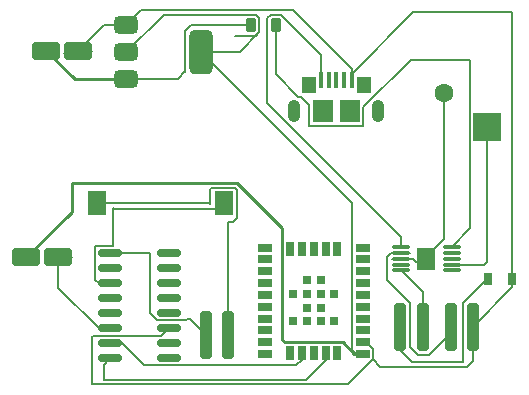
<source format=gtl>
%TF.GenerationSoftware,KiCad,Pcbnew,9.0.0*%
%TF.CreationDate,2025-04-01T00:51:48+01:00*%
%TF.ProjectId,Wireless_bluetooth_speaker,57697265-6c65-4737-935f-626c7565746f,rev?*%
%TF.SameCoordinates,Original*%
%TF.FileFunction,Copper,L1,Top*%
%TF.FilePolarity,Positive*%
%FSLAX46Y46*%
G04 Gerber Fmt 4.6, Leading zero omitted, Abs format (unit mm)*
G04 Created by KiCad (PCBNEW 9.0.0) date 2025-04-01 00:51:48*
%MOMM*%
%LPD*%
G01*
G04 APERTURE LIST*
G04 Aperture macros list*
%AMRoundRect*
0 Rectangle with rounded corners*
0 $1 Rounding radius*
0 $2 $3 $4 $5 $6 $7 $8 $9 X,Y pos of 4 corners*
0 Add a 4 corners polygon primitive as box body*
4,1,4,$2,$3,$4,$5,$6,$7,$8,$9,$2,$3,0*
0 Add four circle primitives for the rounded corners*
1,1,$1+$1,$2,$3*
1,1,$1+$1,$4,$5*
1,1,$1+$1,$6,$7*
1,1,$1+$1,$8,$9*
0 Add four rect primitives between the rounded corners*
20,1,$1+$1,$2,$3,$4,$5,0*
20,1,$1+$1,$4,$5,$6,$7,0*
20,1,$1+$1,$6,$7,$8,$9,0*
20,1,$1+$1,$8,$9,$2,$3,0*%
G04 Aperture macros list end*
%TA.AperFunction,SMDPad,CuDef*%
%ADD10RoundRect,0.250001X-0.924999X-0.499999X0.924999X-0.499999X0.924999X0.499999X-0.924999X0.499999X0*%
%TD*%
%TA.AperFunction,SMDPad,CuDef*%
%ADD11RoundRect,0.375000X-0.625000X-0.375000X0.625000X-0.375000X0.625000X0.375000X-0.625000X0.375000X0*%
%TD*%
%TA.AperFunction,SMDPad,CuDef*%
%ADD12RoundRect,0.500000X-0.500000X-1.400000X0.500000X-1.400000X0.500000X1.400000X-0.500000X1.400000X0*%
%TD*%
%TA.AperFunction,SMDPad,CuDef*%
%ADD13RoundRect,0.218750X-0.218750X-0.381250X0.218750X-0.381250X0.218750X0.381250X-0.218750X0.381250X0*%
%TD*%
%TA.AperFunction,SMDPad,CuDef*%
%ADD14RoundRect,0.075000X-0.650000X-0.075000X0.650000X-0.075000X0.650000X0.075000X-0.650000X0.075000X0*%
%TD*%
%TA.AperFunction,HeatsinkPad*%
%ADD15C,0.600000*%
%TD*%
%TA.AperFunction,HeatsinkPad*%
%ADD16R,1.570000X1.880000*%
%TD*%
%TA.AperFunction,SMDPad,CuDef*%
%ADD17RoundRect,0.150000X-0.850000X-0.150000X0.850000X-0.150000X0.850000X0.150000X-0.850000X0.150000X0*%
%TD*%
%TA.AperFunction,SMDPad,CuDef*%
%ADD18R,1.150000X0.700000*%
%TD*%
%TA.AperFunction,SMDPad,CuDef*%
%ADD19RoundRect,0.035000X-0.540000X-0.315000X0.540000X-0.315000X0.540000X0.315000X-0.540000X0.315000X0*%
%TD*%
%TA.AperFunction,SMDPad,CuDef*%
%ADD20RoundRect,0.035000X0.315000X-0.540000X0.315000X0.540000X-0.315000X0.540000X-0.315000X-0.540000X0*%
%TD*%
%TA.AperFunction,SMDPad,CuDef*%
%ADD21RoundRect,0.014000X-0.336000X0.336000X-0.336000X-0.336000X0.336000X-0.336000X0.336000X0.336000X0*%
%TD*%
%TA.AperFunction,SMDPad,CuDef*%
%ADD22RoundRect,0.250000X-0.262500X-1.775000X0.262500X-1.775000X0.262500X1.775000X-0.262500X1.775000X0*%
%TD*%
%TA.AperFunction,SMDPad,CuDef*%
%ADD23R,1.500000X2.000000*%
%TD*%
%TA.AperFunction,SMDPad,CuDef*%
%ADD24R,0.400000X1.400000*%
%TD*%
%TA.AperFunction,HeatsinkPad*%
%ADD25O,1.050000X1.900000*%
%TD*%
%TA.AperFunction,SMDPad,CuDef*%
%ADD26R,1.150000X1.450000*%
%TD*%
%TA.AperFunction,SMDPad,CuDef*%
%ADD27R,1.750000X1.900000*%
%TD*%
%TA.AperFunction,SMDPad,CuDef*%
%ADD28R,0.800000X1.000000*%
%TD*%
%TA.AperFunction,ComponentPad*%
%ADD29R,2.350000X2.350000*%
%TD*%
%TA.AperFunction,ComponentPad*%
%ADD30C,1.600000*%
%TD*%
%TA.AperFunction,Conductor*%
%ADD31C,0.200000*%
%TD*%
%TA.AperFunction,Conductor*%
%ADD32C,0.250000*%
%TD*%
G04 APERTURE END LIST*
D10*
%TO.P,C2,1*%
%TO.N,Net-(U1-VCC)*%
X125425001Y-107250000D03*
%TO.P,C2,2*%
%TO.N,Net-(U2-VDD)*%
X128075001Y-107250000D03*
%TD*%
%TO.P,C1,1*%
%TO.N,+12V*%
X127100000Y-89750000D03*
%TO.P,C1,2*%
%TO.N,GND*%
X129750000Y-89750000D03*
%TD*%
D11*
%TO.P,U3,3,VI*%
%TO.N,+12V*%
X133875000Y-92150000D03*
D12*
%TO.P,U3,2,VO*%
%TO.N,Net-(U1-VCC)*%
X140175000Y-89850000D03*
D11*
X133875000Y-89850000D03*
%TO.P,U3,1,GND*%
%TO.N,GND*%
X133875000Y-87550000D03*
%TD*%
D13*
%TO.P,L1,2,2*%
%TO.N,Net-(U4-OUT)*%
X146525000Y-87600000D03*
%TO.P,L1,1,1*%
%TO.N,+12V*%
X144400000Y-87600000D03*
%TD*%
D14*
%TO.P,U4,1,IN*%
%TO.N,Net-(J1-VBUS)*%
X157125000Y-106350000D03*
%TO.P,U4,2,ISET*%
%TO.N,Net-(U4-ISET)*%
X157125000Y-106850000D03*
%TO.P,U4,3,VSS*%
%TO.N,Net-(BT1--)*%
X157125000Y-107350000D03*
%TO.P,U4,4,PRETERM*%
%TO.N,unconnected-(U4-PRETERM-Pad4)*%
X157125000Y-107850000D03*
%TO.P,U4,5,~{PG}*%
%TO.N,Net-(U4-~{PG})*%
X157125000Y-108350000D03*
%TO.P,U4,6,NC*%
%TO.N,unconnected-(U4-NC-Pad6)*%
X161425000Y-108350000D03*
%TO.P,U4,7,ISET2*%
%TO.N,Net-(BT1-+)*%
X161425000Y-107850000D03*
%TO.P,U4,8,~{CHG}*%
%TO.N,unconnected-(U4-~{CHG}-Pad8)*%
X161425000Y-107350000D03*
%TO.P,U4,9,TS*%
%TO.N,unconnected-(U4-TS-Pad9)*%
X161425000Y-106850000D03*
%TO.P,U4,10,OUT*%
%TO.N,Net-(U4-OUT)*%
X161425000Y-106350000D03*
D15*
%TO.P,U4,11,VSS*%
%TO.N,Net-(BT1--)*%
X158790000Y-106710000D03*
X158790000Y-107990000D03*
D16*
X159275000Y-107350000D03*
D15*
X159760000Y-106710000D03*
X159760000Y-107990000D03*
%TD*%
D17*
%TO.P,U2,1,LOUT+*%
%TO.N,Net-(U2-LOUT+)*%
X132525000Y-106905000D03*
%TO.P,U2,2,PGND*%
%TO.N,unconnected-(U2-PGND-Pad15)*%
X132525000Y-108175000D03*
%TO.P,U2,3,LOUT-*%
%TO.N,Net-(U2-LOUT-)*%
X132525000Y-109445000D03*
%TO.P,U2,4,PVDD*%
%TO.N,unconnected-(U2-PVDD-Pad13)*%
X132525000Y-110715000D03*
%TO.P,U2,5,~{MUTE}*%
%TO.N,unconnected-(U2-~{MUTE}-Pad5)*%
X132525000Y-111985000D03*
%TO.P,U2,6,VDD*%
%TO.N,Net-(U2-VDD)*%
X132525000Y-113255000D03*
%TO.P,U2,7,INL*%
%TO.N,Net-(U1-UART_TX)*%
X132525000Y-114525000D03*
%TO.P,U2,8,VREF*%
%TO.N,Net-(U1-UART_RX)*%
X132525000Y-115795000D03*
%TO.P,U2,9,NC*%
%TO.N,unconnected-(U2-NC-Pad9)*%
X137525000Y-115795000D03*
%TO.P,U2,10,INR*%
%TO.N,unconnected-(U2-INR-Pad10)*%
X137525000Y-114525000D03*
%TO.P,U2,11,GND*%
%TO.N,GND*%
X137525000Y-113255000D03*
%TO.P,U2,12,~{SHDN}*%
%TO.N,unconnected-(U2-~{SHDN}-Pad12)*%
X137525000Y-111985000D03*
%TO.P,U2,13,PVDD*%
%TO.N,unconnected-(U2-PVDD-Pad13)_1*%
X137525000Y-110715000D03*
%TO.P,U2,14,ROUT-*%
%TO.N,unconnected-(U2-ROUT--Pad14)*%
X137525000Y-109445000D03*
%TO.P,U2,15,PGND*%
%TO.N,unconnected-(U2-PGND-Pad15)_1*%
X137525000Y-108175000D03*
%TO.P,U2,16,ROUT+*%
%TO.N,unconnected-(U2-ROUT+-Pad16)*%
X137525000Y-106905000D03*
%TD*%
D18*
%TO.P,U1,1,PIO8*%
%TO.N,unconnected-(U1-PIO8-Pad1)*%
X145625000Y-106425000D03*
D19*
%TO.P,U1,2,PIO9*%
%TO.N,unconnected-(U1-PIO9-Pad2)*%
X145625000Y-107425000D03*
%TO.P,U1,3,PIO10*%
%TO.N,unconnected-(U1-PIO10-Pad3)*%
X145625000Y-108425000D03*
%TO.P,U1,4,AIO0*%
%TO.N,unconnected-(U1-AIO0-Pad4)*%
X145625000Y-109425000D03*
%TO.P,U1,5,AIO1*%
%TO.N,unconnected-(U1-AIO1-Pad5)*%
X145625000Y-110425000D03*
%TO.P,U1,6,RESET*%
%TO.N,unconnected-(U1-RESET-Pad6)*%
X145625000Y-111425000D03*
%TO.P,U1,7,SPI_MISO*%
%TO.N,unconnected-(U1-SPI_MISO-Pad7)*%
X145625000Y-112425000D03*
%TO.P,U1,8,~{SPI_CSB}*%
%TO.N,unconnected-(U1-~{SPI_CSB}-Pad8)*%
X145625000Y-113425000D03*
%TO.P,U1,9,SPI_CLK*%
%TO.N,unconnected-(U1-SPI_CLK-Pad9)*%
X145625000Y-114425000D03*
%TO.P,U1,10,SPI_MOSI*%
%TO.N,unconnected-(U1-SPI_MOSI-Pad10)*%
X145625000Y-115425000D03*
D20*
%TO.P,U1,11,~{UART_CTS}*%
%TO.N,unconnected-(U1-~{UART_CTS}-Pad11)*%
X147750000Y-115350000D03*
%TO.P,U1,12,UART_TX*%
%TO.N,Net-(U1-UART_TX)*%
X148750000Y-115350000D03*
%TO.P,U1,13,~{UART_RTS}*%
%TO.N,unconnected-(U1-~{UART_RTS}-Pad13)*%
X149750000Y-115350000D03*
%TO.P,U1,14,UART_RX*%
%TO.N,Net-(U1-UART_RX)*%
X150750000Y-115350000D03*
%TO.P,U1,15,PIO11*%
%TO.N,unconnected-(U1-PIO11-Pad15)*%
X151750000Y-115350000D03*
D19*
%TO.P,U1,16,VCC*%
%TO.N,Net-(U1-VCC)*%
X153875000Y-115425000D03*
%TO.P,U1,17,GND*%
%TO.N,GND*%
X153875000Y-114425000D03*
%TO.P,U1,18,PCM_OUT*%
%TO.N,unconnected-(U1-PCM_OUT-Pad18)*%
X153875000Y-113425000D03*
%TO.P,U1,19,PCM_SYNC*%
%TO.N,unconnected-(U1-PCM_SYNC-Pad19)*%
X153875000Y-112425000D03*
%TO.P,U1,20,PCM_IN*%
%TO.N,unconnected-(U1-PCM_IN-Pad20)*%
X153875000Y-111425000D03*
%TO.P,U1,21,PCM_CLK*%
%TO.N,unconnected-(U1-PCM_CLK-Pad21)*%
X153875000Y-110425000D03*
%TO.P,U1,22,USB_D+*%
%TO.N,unconnected-(U1-USB_D+-Pad22)*%
X153875000Y-109425000D03*
%TO.P,U1,23,USB_D-*%
%TO.N,unconnected-(U1-USB_D--Pad23)*%
X153875000Y-108425000D03*
%TO.P,U1,24,~{LINK}/PIO7*%
%TO.N,unconnected-(U1-~{LINK}{slash}PIO7-Pad24)*%
X153875000Y-107425000D03*
%TO.P,U1,25,CONN/PIO6*%
%TO.N,unconnected-(U1-CONN{slash}PIO6-Pad25)*%
X153875000Y-106425000D03*
D20*
%TO.P,U1,26,PIO5*%
%TO.N,unconnected-(U1-PIO5-Pad26)*%
X151750000Y-106500000D03*
%TO.P,U1,27,BTN/PIO4*%
%TO.N,unconnected-(U1-BTN{slash}PIO4-Pad27)*%
X150750000Y-106500000D03*
%TO.P,U1,28,PIO3*%
%TO.N,unconnected-(U1-PIO3-Pad28)*%
X149750000Y-106500000D03*
%TO.P,U1,29,PIO2*%
%TO.N,unconnected-(U1-PIO2-Pad29)*%
X148750000Y-106500000D03*
%TO.P,U1,30,PIO1*%
%TO.N,unconnected-(U1-PIO1-Pad30)*%
X147750000Y-106500000D03*
D21*
%TO.P,U1,31,PIO0*%
%TO.N,unconnected-(U1-PIO0-Pad31)*%
X149175000Y-109200000D03*
%TO.P,U1,32,GND*%
%TO.N,unconnected-(U1-GND-Pad32)*%
X150325000Y-109200000D03*
%TO.P,U1,33,RF*%
%TO.N,unconnected-(U1-RF-Pad33)*%
X148025000Y-110350000D03*
%TO.P,U1,34,GND*%
%TO.N,unconnected-(U1-GND-Pad34)*%
X149175000Y-110350000D03*
%TO.P,U1,35*%
%TO.N,N/C*%
X150325000Y-110350000D03*
%TO.P,U1,36*%
X151475000Y-110350000D03*
%TO.P,U1,37*%
X149175000Y-111500000D03*
%TO.P,U1,38*%
X150325000Y-111500000D03*
%TO.P,U1,39*%
X148025000Y-112650000D03*
%TO.P,U1,40*%
X149175000Y-112650000D03*
%TO.P,U1,41*%
X150325000Y-112650000D03*
%TO.P,U1,42*%
X151475000Y-112650000D03*
%TD*%
D22*
%TO.P,R3,1*%
%TO.N,Net-(U4-ISET)*%
X161337500Y-113100000D03*
%TO.P,R3,2*%
%TO.N,GND*%
X163212500Y-113100000D03*
%TD*%
%TO.P,R2,1*%
%TO.N,Net-(D1-K)*%
X157087500Y-113100000D03*
%TO.P,R2,2*%
%TO.N,Net-(U4-~{PG})*%
X158962500Y-113100000D03*
%TD*%
%TO.P,R1,1*%
%TO.N,Net-(U2-LOUT+)*%
X140587500Y-113850000D03*
%TO.P,R1,2*%
%TO.N,Net-(LS1-Pad1)*%
X142462500Y-113850000D03*
%TD*%
D23*
%TO.P,LS1,1,1*%
%TO.N,Net-(LS1-Pad1)*%
X131375000Y-102650000D03*
%TO.P,LS1,2,2*%
%TO.N,Net-(U2-LOUT-)*%
X142175000Y-102650000D03*
%TD*%
D24*
%TO.P,J1,1,VBUS*%
%TO.N,Net-(J1-VBUS)*%
X150350000Y-92200000D03*
%TO.P,J1,2,D-*%
%TO.N,unconnected-(J1-D--Pad2)*%
X151000000Y-92200000D03*
%TO.P,J1,3,D+*%
%TO.N,unconnected-(J1-D+-Pad3)*%
X151650000Y-92200000D03*
%TO.P,J1,4,ID*%
%TO.N,unconnected-(J1-ID-Pad4)*%
X152300000Y-92200000D03*
%TO.P,J1,5,GND*%
%TO.N,GND*%
X152950000Y-92200000D03*
D25*
%TO.P,J1,6,Shield*%
%TO.N,unconnected-(J1-Shield-Pad6)_2*%
X148075000Y-94850000D03*
D26*
%TO.N,unconnected-(J1-Shield-Pad6)_4*%
X149330000Y-92620000D03*
D27*
%TO.N,unconnected-(J1-Shield-Pad6)_1*%
X150525000Y-94850000D03*
%TO.N,unconnected-(J1-Shield-Pad6)_3*%
X152775000Y-94850000D03*
D26*
%TO.N,unconnected-(J1-Shield-Pad6)_5*%
X153970000Y-92620000D03*
D25*
%TO.N,unconnected-(J1-Shield-Pad6)*%
X155225000Y-94850000D03*
%TD*%
D28*
%TO.P,D1,1,K*%
%TO.N,Net-(D1-K)*%
X164525000Y-109100000D03*
%TO.P,D1,2,A*%
%TO.N,GND*%
X166525000Y-109100000D03*
%TD*%
D29*
%TO.P,BT1,1,+*%
%TO.N,Net-(BT1-+)*%
X164425000Y-96225000D03*
D30*
%TO.P,BT1,2,-*%
%TO.N,Net-(BT1--)*%
X160775000Y-93350000D03*
%TD*%
D31*
%TO.N,Net-(U2-VDD)*%
X128075001Y-109805000D02*
X131525001Y-113255000D01*
X131525001Y-113255000D02*
X132525000Y-113255000D01*
X128075001Y-107250000D02*
X128075001Y-109805000D01*
D32*
%TO.N,Net-(U1-VCC)*%
X129303041Y-103371960D02*
X129303041Y-100923000D01*
X125425001Y-107250000D02*
X129303041Y-103371960D01*
%TO.N,+12V*%
X129500000Y-92150000D02*
X133875000Y-92150000D01*
X127100000Y-89750000D02*
X129500000Y-92150000D01*
D31*
%TO.N,GND*%
X131950000Y-87550000D02*
X129750000Y-89750000D01*
X133875000Y-87550000D02*
X131950000Y-87550000D01*
D32*
%TO.N,+12V*%
X133599000Y-92426000D02*
X133875000Y-92150000D01*
%TO.N,Net-(U1-VCC)*%
X153191502Y-115425000D02*
X153875000Y-115425000D01*
X147074000Y-114238502D02*
X147284498Y-114449000D01*
X147074000Y-104721545D02*
X147074000Y-114238502D01*
X147284498Y-114449000D02*
X152215502Y-114449000D01*
X143275455Y-100923000D02*
X147074000Y-104721545D01*
X152215502Y-114449000D02*
X153191502Y-115425000D01*
X129303041Y-100923000D02*
X143275455Y-100923000D01*
%TO.N,GND*%
X129750000Y-89750000D02*
X130925000Y-89750000D01*
D31*
%TO.N,Net-(U2-VDD)*%
X129250000Y-107250000D02*
X128075001Y-107250000D01*
%TO.N,Net-(U1-VCC)*%
X137026000Y-86699000D02*
X133875000Y-89850000D01*
X145138500Y-86997400D02*
X144840100Y-86699000D01*
X145138500Y-88202600D02*
X145138500Y-86997400D01*
X144840100Y-86699000D02*
X137026000Y-86699000D01*
X144840100Y-88501000D02*
X145138500Y-88202600D01*
X143050041Y-88501000D02*
X144840100Y-88501000D01*
%TO.N,GND*%
X162750000Y-116500000D02*
X155370854Y-116500000D01*
X155370854Y-116500000D02*
X154751000Y-115880146D01*
X163212500Y-116037500D02*
X162750000Y-116500000D01*
X163212500Y-113100000D02*
X163212500Y-116037500D01*
%TO.N,Net-(U1-UART_TX)*%
X133524999Y-114525000D02*
X132525000Y-114525000D01*
X148278999Y-116396000D02*
X135395999Y-116396000D01*
X148750000Y-115350000D02*
X148750000Y-115924999D01*
X148750000Y-115924999D02*
X148278999Y-116396000D01*
X135395999Y-116396000D02*
X133524999Y-114525000D01*
%TO.N,Net-(U1-UART_RX)*%
X132000000Y-117599000D02*
X132000000Y-116320000D01*
X149075999Y-117599000D02*
X132000000Y-117599000D01*
X132000000Y-116320000D02*
X132525000Y-115795000D01*
X150750000Y-115924999D02*
X149075999Y-117599000D01*
X150750000Y-115350000D02*
X150750000Y-115924999D01*
%TO.N,GND*%
X131000000Y-114000000D02*
X131076000Y-113924000D01*
X136856000Y-113924000D02*
X137525000Y-113255000D01*
X152631146Y-118000000D02*
X131000000Y-118000000D01*
X154751000Y-115880146D02*
X152631146Y-118000000D01*
X154206146Y-114425000D02*
X154751000Y-114969854D01*
X153875000Y-114425000D02*
X154206146Y-114425000D01*
X154751000Y-114969854D02*
X154751000Y-115880146D01*
X131000000Y-118000000D02*
X131000000Y-114000000D01*
X131076000Y-113924000D02*
X136856000Y-113924000D01*
X136525001Y-113255000D02*
X137525000Y-113255000D01*
%TO.N,Net-(J1-VBUS)*%
X150350000Y-90083900D02*
X150350000Y-92200000D01*
X146965100Y-86699000D02*
X150350000Y-90083900D01*
X157125000Y-105493140D02*
X145786500Y-94154640D01*
X145786500Y-94154640D02*
X145786500Y-86997400D01*
X146084900Y-86699000D02*
X146965100Y-86699000D01*
X157125000Y-106350000D02*
X157125000Y-105493140D01*
X145786500Y-86997400D02*
X146084900Y-86699000D01*
%TO.N,Net-(BT1--)*%
X158150000Y-107350000D02*
X157125000Y-107350000D01*
X158790000Y-107990000D02*
X158150000Y-107350000D01*
%TO.N,Net-(U4-ISET)*%
X161337500Y-113662500D02*
X161337500Y-113100000D01*
X159500000Y-115500000D02*
X161337500Y-113662500D01*
X158538840Y-115500000D02*
X159500000Y-115500000D01*
X157901000Y-114862160D02*
X158538840Y-115500000D01*
X157901000Y-111089840D02*
X157901000Y-114862160D01*
X155965176Y-109154016D02*
X157901000Y-111089840D01*
X156299076Y-106850000D02*
X155965176Y-107183900D01*
X155965176Y-107183900D02*
X155965176Y-109154016D01*
X157125000Y-106850000D02*
X156299076Y-106850000D01*
%TO.N,Net-(D1-K)*%
X162399000Y-111089840D02*
X164388840Y-109100000D01*
X162399000Y-116099000D02*
X162399000Y-111089840D01*
X158061500Y-116099000D02*
X162399000Y-116099000D01*
X157087500Y-115125000D02*
X158061500Y-116099000D01*
X157087500Y-113100000D02*
X157087500Y-115125000D01*
X164388840Y-109100000D02*
X164525000Y-109100000D01*
%TO.N,Net-(U4-OUT)*%
X148646000Y-93646000D02*
X148454000Y-93646000D01*
X149349000Y-94349000D02*
X148646000Y-93646000D01*
X149349000Y-96101000D02*
X149349000Y-94349000D01*
X153951000Y-96101000D02*
X149349000Y-96101000D01*
X153951000Y-94500000D02*
X153951000Y-96101000D01*
X163000000Y-90500000D02*
X157951000Y-90500000D01*
X146525000Y-91717000D02*
X146525000Y-87600000D01*
X163000000Y-94749000D02*
X163000000Y-90500000D01*
X148454000Y-93646000D02*
X146525000Y-91717000D01*
X162949000Y-94749000D02*
X163000000Y-94749000D01*
X162949000Y-97701000D02*
X162949000Y-94749000D01*
X163000000Y-104775000D02*
X163000000Y-97701000D01*
X163000000Y-97701000D02*
X162949000Y-97701000D01*
X157951000Y-90500000D02*
X153951000Y-94500000D01*
X161425000Y-106350000D02*
X163000000Y-104775000D01*
%TO.N,Net-(U4-ISET)*%
X157883824Y-106850000D02*
X157125000Y-106850000D01*
X161337500Y-113100000D02*
X161337500Y-111739500D01*
%TO.N,Net-(BT1--)*%
X156366176Y-107350000D02*
X157125000Y-107350000D01*
X158790000Y-107990000D02*
X158790000Y-106710000D01*
X159760000Y-107990000D02*
X158790000Y-107990000D01*
X159760000Y-106710000D02*
X159760000Y-107990000D01*
X160775000Y-105695000D02*
X160775000Y-93350000D01*
X159760000Y-106710000D02*
X160775000Y-105695000D01*
%TO.N,Net-(BT1-+)*%
X164425000Y-107625000D02*
X164425000Y-96225000D01*
X164200000Y-107850000D02*
X164425000Y-107625000D01*
X161425000Y-107850000D02*
X164200000Y-107850000D01*
%TO.N,Net-(U4-~{PG})*%
X158962500Y-113037500D02*
X159000000Y-113000000D01*
X158962500Y-113037500D02*
X158962500Y-113100000D01*
%TO.N,+12V*%
X133174000Y-92851000D02*
X133875000Y-92150000D01*
X138224000Y-92150000D02*
X138874000Y-91500000D01*
X133875000Y-92150000D02*
X138224000Y-92150000D01*
X138874000Y-88110942D02*
X138874000Y-91500000D01*
%TO.N,GND*%
X128650000Y-89900000D02*
X128575000Y-89900000D01*
X163212500Y-113100000D02*
X163212500Y-111075000D01*
X166525000Y-109787500D02*
X163212500Y-113100000D01*
X166525000Y-109100000D02*
X166525000Y-109787500D01*
X166525000Y-86775000D02*
X166525000Y-109100000D01*
X158188000Y-86500000D02*
X166500000Y-86500000D01*
X166500000Y-86500000D02*
X166500000Y-86750000D01*
X152950000Y-91738000D02*
X158188000Y-86500000D01*
X166500000Y-86750000D02*
X166525000Y-86775000D01*
X152950000Y-92200000D02*
X152950000Y-91738000D01*
X152950000Y-91300000D02*
X152950000Y-92200000D01*
X147948000Y-86298000D02*
X152950000Y-91300000D01*
X135127000Y-86298000D02*
X147948000Y-86298000D01*
X133875000Y-87550000D02*
X135127000Y-86298000D01*
%TO.N,Net-(U1-VCC)*%
X143491100Y-89850000D02*
X140175000Y-89850000D01*
X145138500Y-88202600D02*
X143491100Y-89850000D01*
%TO.N,+12V*%
X138874000Y-91500000D02*
X138874000Y-91589058D01*
X139384942Y-87600000D02*
X138874000Y-88110942D01*
X144400000Y-87600000D02*
X139384942Y-87600000D01*
%TO.N,Net-(U1-VCC)*%
X153300001Y-115425000D02*
X153875000Y-115425000D01*
X152999000Y-115123999D02*
X153300001Y-115425000D01*
X152999000Y-102674000D02*
X152999000Y-115123999D01*
X140175000Y-89850000D02*
X152999000Y-102674000D01*
%TO.N,Net-(U2-LOUT+)*%
X139237500Y-112500000D02*
X140587500Y-113850000D01*
X136484032Y-112586000D02*
X138914000Y-112586000D01*
X135883032Y-111985000D02*
X136484032Y-112586000D01*
X139000000Y-112500000D02*
X139237500Y-112500000D01*
X135883032Y-106905000D02*
X135883032Y-111985000D01*
X138914000Y-112586000D02*
X139000000Y-112500000D01*
X132525000Y-106905000D02*
X135883032Y-106905000D01*
%TO.N,Net-(U2-LOUT-)*%
X131525001Y-109445000D02*
X132525000Y-109445000D01*
X131224000Y-109143999D02*
X131525001Y-109445000D01*
X131250000Y-106250000D02*
X131224000Y-106276000D01*
X132446000Y-106250000D02*
X131250000Y-106250000D01*
X131224000Y-106276000D02*
X131224000Y-109143999D01*
X132696000Y-106304000D02*
X132500000Y-106304000D01*
X132750000Y-106250000D02*
X132696000Y-106304000D01*
X132850000Y-103151000D02*
X132750000Y-103051000D01*
X141674000Y-103151000D02*
X132850000Y-103151000D01*
X132750000Y-103051000D02*
X132750000Y-106250000D01*
X132500000Y-106304000D02*
X132446000Y-106250000D01*
X142175000Y-102650000D02*
X141674000Y-103151000D01*
%TO.N,Net-(LS1-Pad1)*%
X142927000Y-104250000D02*
X142500000Y-104250000D01*
X143099000Y-101349000D02*
X143250000Y-101500000D01*
X141124000Y-101349000D02*
X143099000Y-101349000D01*
X143250000Y-103927000D02*
X142927000Y-104250000D01*
X141000000Y-101473000D02*
X141124000Y-101349000D01*
X143250000Y-101500000D02*
X143250000Y-103927000D01*
X141000000Y-102750000D02*
X141000000Y-101473000D01*
%TO.N,Net-(U2-LOUT-)*%
X142175000Y-102650000D02*
X141775000Y-102250000D01*
%TO.N,Net-(LS1-Pad1)*%
X142500000Y-104750000D02*
X142462500Y-104787500D01*
X142500000Y-104250000D02*
X142500000Y-104750000D01*
X140900000Y-102650000D02*
X141000000Y-102750000D01*
X142462500Y-104787500D02*
X142462500Y-113850000D01*
X131375000Y-102650000D02*
X140900000Y-102650000D01*
%TO.N,Net-(U4-~{PG})*%
X158962500Y-110187500D02*
X158962500Y-113100000D01*
X157125000Y-108350000D02*
X158962500Y-110187500D01*
%TD*%
M02*

</source>
